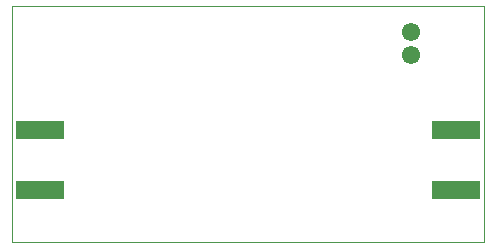
<source format=gbs>
G75*
%MOIN*%
%OFA0B0*%
%FSLAX24Y24*%
%IPPOS*%
%LPD*%
%AMOC8*
5,1,8,0,0,1.08239X$1,22.5*
%
%ADD10C,0.0000*%
%ADD11C,0.0610*%
%ADD12R,0.1640X0.0640*%
D10*
X005775Y000139D02*
X005775Y008013D01*
X021523Y008013D01*
X021523Y000139D01*
X005775Y000139D01*
D11*
X019082Y006360D03*
X019082Y007147D03*
D12*
X020578Y003891D03*
X020578Y001891D03*
X006720Y001891D03*
X006720Y003891D03*
M02*

</source>
